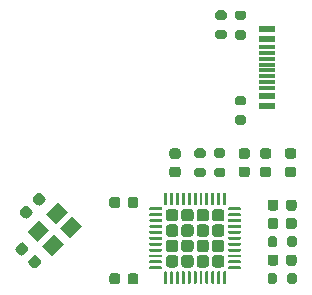
<source format=gbr>
%TF.GenerationSoftware,KiCad,Pcbnew,5.1.7-a382d34a8~88~ubuntu20.04.1*%
%TF.CreationDate,2021-03-25T19:52:25+01:00*%
%TF.ProjectId,launchpad,6c61756e-6368-4706-9164-2e6b69636164,rev?*%
%TF.SameCoordinates,Original*%
%TF.FileFunction,Paste,Top*%
%TF.FilePolarity,Positive*%
%FSLAX46Y46*%
G04 Gerber Fmt 4.6, Leading zero omitted, Abs format (unit mm)*
G04 Created by KiCad (PCBNEW 5.1.7-a382d34a8~88~ubuntu20.04.1) date 2021-03-25 19:52:25*
%MOMM*%
%LPD*%
G01*
G04 APERTURE LIST*
%ADD10R,1.450000X0.600000*%
%ADD11R,1.450000X0.300000*%
%ADD12C,0.100000*%
G04 APERTURE END LIST*
D10*
%TO.C,J1*%
X185405000Y-74370000D03*
X185405000Y-73570000D03*
D11*
X185405000Y-71370000D03*
X185405000Y-71870000D03*
X185405000Y-72370000D03*
X185405000Y-72870000D03*
X185405000Y-70870000D03*
X185405000Y-70370000D03*
X185405000Y-69870000D03*
X185405000Y-69370000D03*
D10*
X185405000Y-68670000D03*
X185405000Y-67870000D03*
%TD*%
%TO.C,D2*%
G36*
G01*
X187113270Y-77954120D02*
X187625770Y-77954120D01*
G75*
G02*
X187844520Y-78172870I0J-218750D01*
G01*
X187844520Y-78610370D01*
G75*
G02*
X187625770Y-78829120I-218750J0D01*
G01*
X187113270Y-78829120D01*
G75*
G02*
X186894520Y-78610370I0J218750D01*
G01*
X186894520Y-78172870D01*
G75*
G02*
X187113270Y-77954120I218750J0D01*
G01*
G37*
G36*
G01*
X187113270Y-79529120D02*
X187625770Y-79529120D01*
G75*
G02*
X187844520Y-79747870I0J-218750D01*
G01*
X187844520Y-80185370D01*
G75*
G02*
X187625770Y-80404120I-218750J0D01*
G01*
X187113270Y-80404120D01*
G75*
G02*
X186894520Y-80185370I0J218750D01*
G01*
X186894520Y-79747870D01*
G75*
G02*
X187113270Y-79529120I218750J0D01*
G01*
G37*
%TD*%
%TO.C,C1*%
G36*
G01*
X185434520Y-84577240D02*
X185434520Y-84077240D01*
G75*
G02*
X185659520Y-83852240I225000J0D01*
G01*
X186109520Y-83852240D01*
G75*
G02*
X186334520Y-84077240I0J-225000D01*
G01*
X186334520Y-84577240D01*
G75*
G02*
X186109520Y-84802240I-225000J0D01*
G01*
X185659520Y-84802240D01*
G75*
G02*
X185434520Y-84577240I0J225000D01*
G01*
G37*
G36*
G01*
X186984520Y-84577240D02*
X186984520Y-84077240D01*
G75*
G02*
X187209520Y-83852240I225000J0D01*
G01*
X187659520Y-83852240D01*
G75*
G02*
X187884520Y-84077240I0J-225000D01*
G01*
X187884520Y-84577240D01*
G75*
G02*
X187659520Y-84802240I-225000J0D01*
G01*
X187209520Y-84802240D01*
G75*
G02*
X186984520Y-84577240I0J225000D01*
G01*
G37*
%TD*%
%TO.C,C2*%
G36*
G01*
X177844260Y-80421900D02*
X177344260Y-80421900D01*
G75*
G02*
X177119260Y-80196900I0J225000D01*
G01*
X177119260Y-79746900D01*
G75*
G02*
X177344260Y-79521900I225000J0D01*
G01*
X177844260Y-79521900D01*
G75*
G02*
X178069260Y-79746900I0J-225000D01*
G01*
X178069260Y-80196900D01*
G75*
G02*
X177844260Y-80421900I-225000J0D01*
G01*
G37*
G36*
G01*
X177844260Y-78871900D02*
X177344260Y-78871900D01*
G75*
G02*
X177119260Y-78646900I0J225000D01*
G01*
X177119260Y-78196900D01*
G75*
G02*
X177344260Y-77971900I225000J0D01*
G01*
X177844260Y-77971900D01*
G75*
G02*
X178069260Y-78196900I0J-225000D01*
G01*
X178069260Y-78646900D01*
G75*
G02*
X177844260Y-78871900I-225000J0D01*
G01*
G37*
%TD*%
%TO.C,C3*%
G36*
G01*
X172938260Y-82297460D02*
X172938260Y-82797460D01*
G75*
G02*
X172713260Y-83022460I-225000J0D01*
G01*
X172263260Y-83022460D01*
G75*
G02*
X172038260Y-82797460I0J225000D01*
G01*
X172038260Y-82297460D01*
G75*
G02*
X172263260Y-82072460I225000J0D01*
G01*
X172713260Y-82072460D01*
G75*
G02*
X172938260Y-82297460I0J-225000D01*
G01*
G37*
G36*
G01*
X174488260Y-82297460D02*
X174488260Y-82797460D01*
G75*
G02*
X174263260Y-83022460I-225000J0D01*
G01*
X173813260Y-83022460D01*
G75*
G02*
X173588260Y-82797460I0J225000D01*
G01*
X173588260Y-82297460D01*
G75*
G02*
X173813260Y-82072460I225000J0D01*
G01*
X174263260Y-82072460D01*
G75*
G02*
X174488260Y-82297460I0J-225000D01*
G01*
G37*
%TD*%
%TO.C,C4*%
G36*
G01*
X186984520Y-87681120D02*
X186984520Y-87181120D01*
G75*
G02*
X187209520Y-86956120I225000J0D01*
G01*
X187659520Y-86956120D01*
G75*
G02*
X187884520Y-87181120I0J-225000D01*
G01*
X187884520Y-87681120D01*
G75*
G02*
X187659520Y-87906120I-225000J0D01*
G01*
X187209520Y-87906120D01*
G75*
G02*
X186984520Y-87681120I0J225000D01*
G01*
G37*
G36*
G01*
X185434520Y-87681120D02*
X185434520Y-87181120D01*
G75*
G02*
X185659520Y-86956120I225000J0D01*
G01*
X186109520Y-86956120D01*
G75*
G02*
X186334520Y-87181120I0J-225000D01*
G01*
X186334520Y-87681120D01*
G75*
G02*
X186109520Y-87906120I-225000J0D01*
G01*
X185659520Y-87906120D01*
G75*
G02*
X185434520Y-87681120I0J225000D01*
G01*
G37*
%TD*%
%TO.C,C5*%
G36*
G01*
X172938260Y-88759220D02*
X172938260Y-89259220D01*
G75*
G02*
X172713260Y-89484220I-225000J0D01*
G01*
X172263260Y-89484220D01*
G75*
G02*
X172038260Y-89259220I0J225000D01*
G01*
X172038260Y-88759220D01*
G75*
G02*
X172263260Y-88534220I225000J0D01*
G01*
X172713260Y-88534220D01*
G75*
G02*
X172938260Y-88759220I0J-225000D01*
G01*
G37*
G36*
G01*
X174488260Y-88759220D02*
X174488260Y-89259220D01*
G75*
G02*
X174263260Y-89484220I-225000J0D01*
G01*
X173813260Y-89484220D01*
G75*
G02*
X173588260Y-89259220I0J225000D01*
G01*
X173588260Y-88759220D01*
G75*
G02*
X173813260Y-88534220I225000J0D01*
G01*
X174263260Y-88534220D01*
G75*
G02*
X174488260Y-88759220I0J-225000D01*
G01*
G37*
%TD*%
%TO.C,C6*%
G36*
G01*
X185434520Y-83025300D02*
X185434520Y-82525300D01*
G75*
G02*
X185659520Y-82300300I225000J0D01*
G01*
X186109520Y-82300300D01*
G75*
G02*
X186334520Y-82525300I0J-225000D01*
G01*
X186334520Y-83025300D01*
G75*
G02*
X186109520Y-83250300I-225000J0D01*
G01*
X185659520Y-83250300D01*
G75*
G02*
X185434520Y-83025300I0J225000D01*
G01*
G37*
G36*
G01*
X186984520Y-83025300D02*
X186984520Y-82525300D01*
G75*
G02*
X187209520Y-82300300I225000J0D01*
G01*
X187659520Y-82300300D01*
G75*
G02*
X187884520Y-82525300I0J-225000D01*
G01*
X187884520Y-83025300D01*
G75*
G02*
X187659520Y-83250300I-225000J0D01*
G01*
X187209520Y-83250300D01*
G75*
G02*
X186984520Y-83025300I0J225000D01*
G01*
G37*
%TD*%
%TO.C,C7*%
G36*
G01*
X183696420Y-80404120D02*
X183196420Y-80404120D01*
G75*
G02*
X182971420Y-80179120I0J225000D01*
G01*
X182971420Y-79729120D01*
G75*
G02*
X183196420Y-79504120I225000J0D01*
G01*
X183696420Y-79504120D01*
G75*
G02*
X183921420Y-79729120I0J-225000D01*
G01*
X183921420Y-80179120D01*
G75*
G02*
X183696420Y-80404120I-225000J0D01*
G01*
G37*
G36*
G01*
X183696420Y-78854120D02*
X183196420Y-78854120D01*
G75*
G02*
X182971420Y-78629120I0J225000D01*
G01*
X182971420Y-78179120D01*
G75*
G02*
X183196420Y-77954120I225000J0D01*
G01*
X183696420Y-77954120D01*
G75*
G02*
X183921420Y-78179120I0J-225000D01*
G01*
X183921420Y-78629120D01*
G75*
G02*
X183696420Y-78854120I-225000J0D01*
G01*
G37*
%TD*%
%TO.C,C8*%
G36*
G01*
X164125597Y-86338591D02*
X164479151Y-85985037D01*
G75*
G02*
X164797349Y-85985037I159099J-159099D01*
G01*
X165115547Y-86303235D01*
G75*
G02*
X165115547Y-86621433I-159099J-159099D01*
G01*
X164761993Y-86974987D01*
G75*
G02*
X164443795Y-86974987I-159099J159099D01*
G01*
X164125597Y-86656789D01*
G75*
G02*
X164125597Y-86338591I159099J159099D01*
G01*
G37*
G36*
G01*
X165221613Y-87434607D02*
X165575167Y-87081053D01*
G75*
G02*
X165893365Y-87081053I159099J-159099D01*
G01*
X166211563Y-87399251D01*
G75*
G02*
X166211563Y-87717449I-159099J-159099D01*
G01*
X165858009Y-88071003D01*
G75*
G02*
X165539811Y-88071003I-159099J159099D01*
G01*
X165221613Y-87752805D01*
G75*
G02*
X165221613Y-87434607I159099J159099D01*
G01*
G37*
%TD*%
%TO.C,C9*%
G36*
G01*
X165933939Y-82760495D02*
X165580385Y-82406941D01*
G75*
G02*
X165580385Y-82088743I159099J159099D01*
G01*
X165898583Y-81770545D01*
G75*
G02*
X166216781Y-81770545I159099J-159099D01*
G01*
X166570335Y-82124099D01*
G75*
G02*
X166570335Y-82442297I-159099J-159099D01*
G01*
X166252137Y-82760495D01*
G75*
G02*
X165933939Y-82760495I-159099J159099D01*
G01*
G37*
G36*
G01*
X164837923Y-83856511D02*
X164484369Y-83502957D01*
G75*
G02*
X164484369Y-83184759I159099J159099D01*
G01*
X164802567Y-82866561D01*
G75*
G02*
X165120765Y-82866561I159099J-159099D01*
G01*
X165474319Y-83220115D01*
G75*
G02*
X165474319Y-83538313I-159099J-159099D01*
G01*
X165156121Y-83856511D01*
G75*
G02*
X164837923Y-83856511I-159099J159099D01*
G01*
G37*
%TD*%
%TO.C,F1*%
G36*
G01*
X185518770Y-80404120D02*
X185006270Y-80404120D01*
G75*
G02*
X184787520Y-80185370I0J218750D01*
G01*
X184787520Y-79747870D01*
G75*
G02*
X185006270Y-79529120I218750J0D01*
G01*
X185518770Y-79529120D01*
G75*
G02*
X185737520Y-79747870I0J-218750D01*
G01*
X185737520Y-80185370D01*
G75*
G02*
X185518770Y-80404120I-218750J0D01*
G01*
G37*
G36*
G01*
X185518770Y-78829120D02*
X185006270Y-78829120D01*
G75*
G02*
X184787520Y-78610370I0J218750D01*
G01*
X184787520Y-78172870D01*
G75*
G02*
X185006270Y-77954120I218750J0D01*
G01*
X185518770Y-77954120D01*
G75*
G02*
X185737520Y-78172870I0J-218750D01*
G01*
X185737520Y-78610370D01*
G75*
G02*
X185518770Y-78829120I-218750J0D01*
G01*
G37*
%TD*%
%TO.C,R1*%
G36*
G01*
X181758000Y-67078540D02*
X181208000Y-67078540D01*
G75*
G02*
X181008000Y-66878540I0J200000D01*
G01*
X181008000Y-66478540D01*
G75*
G02*
X181208000Y-66278540I200000J0D01*
G01*
X181758000Y-66278540D01*
G75*
G02*
X181958000Y-66478540I0J-200000D01*
G01*
X181958000Y-66878540D01*
G75*
G02*
X181758000Y-67078540I-200000J0D01*
G01*
G37*
G36*
G01*
X181758000Y-68728540D02*
X181208000Y-68728540D01*
G75*
G02*
X181008000Y-68528540I0J200000D01*
G01*
X181008000Y-68128540D01*
G75*
G02*
X181208000Y-67928540I200000J0D01*
G01*
X181758000Y-67928540D01*
G75*
G02*
X181958000Y-68128540I0J-200000D01*
G01*
X181958000Y-68528540D01*
G75*
G02*
X181758000Y-68728540I-200000J0D01*
G01*
G37*
%TD*%
%TO.C,R2*%
G36*
G01*
X179977140Y-80412040D02*
X179427140Y-80412040D01*
G75*
G02*
X179227140Y-80212040I0J200000D01*
G01*
X179227140Y-79812040D01*
G75*
G02*
X179427140Y-79612040I200000J0D01*
G01*
X179977140Y-79612040D01*
G75*
G02*
X180177140Y-79812040I0J-200000D01*
G01*
X180177140Y-80212040D01*
G75*
G02*
X179977140Y-80412040I-200000J0D01*
G01*
G37*
G36*
G01*
X179977140Y-78762040D02*
X179427140Y-78762040D01*
G75*
G02*
X179227140Y-78562040I0J200000D01*
G01*
X179227140Y-78162040D01*
G75*
G02*
X179427140Y-77962040I200000J0D01*
G01*
X179977140Y-77962040D01*
G75*
G02*
X180177140Y-78162040I0J-200000D01*
G01*
X180177140Y-78562040D01*
G75*
G02*
X179977140Y-78762040I-200000J0D01*
G01*
G37*
%TD*%
%TO.C,R3*%
G36*
G01*
X181660313Y-78762040D02*
X181110313Y-78762040D01*
G75*
G02*
X180910313Y-78562040I0J200000D01*
G01*
X180910313Y-78162040D01*
G75*
G02*
X181110313Y-77962040I200000J0D01*
G01*
X181660313Y-77962040D01*
G75*
G02*
X181860313Y-78162040I0J-200000D01*
G01*
X181860313Y-78562040D01*
G75*
G02*
X181660313Y-78762040I-200000J0D01*
G01*
G37*
G36*
G01*
X181660313Y-80412040D02*
X181110313Y-80412040D01*
G75*
G02*
X180910313Y-80212040I0J200000D01*
G01*
X180910313Y-79812040D01*
G75*
G02*
X181110313Y-79612040I200000J0D01*
G01*
X181660313Y-79612040D01*
G75*
G02*
X181860313Y-79812040I0J-200000D01*
G01*
X181860313Y-80212040D01*
G75*
G02*
X181660313Y-80412040I-200000J0D01*
G01*
G37*
%TD*%
%TO.C,R4*%
G36*
G01*
X185434520Y-89258060D02*
X185434520Y-88708060D01*
G75*
G02*
X185634520Y-88508060I200000J0D01*
G01*
X186034520Y-88508060D01*
G75*
G02*
X186234520Y-88708060I0J-200000D01*
G01*
X186234520Y-89258060D01*
G75*
G02*
X186034520Y-89458060I-200000J0D01*
G01*
X185634520Y-89458060D01*
G75*
G02*
X185434520Y-89258060I0J200000D01*
G01*
G37*
G36*
G01*
X187084520Y-89258060D02*
X187084520Y-88708060D01*
G75*
G02*
X187284520Y-88508060I200000J0D01*
G01*
X187684520Y-88508060D01*
G75*
G02*
X187884520Y-88708060I0J-200000D01*
G01*
X187884520Y-89258060D01*
G75*
G02*
X187684520Y-89458060I-200000J0D01*
G01*
X187284520Y-89458060D01*
G75*
G02*
X187084520Y-89258060I0J200000D01*
G01*
G37*
%TD*%
%TO.C,R5*%
G36*
G01*
X185434520Y-86154180D02*
X185434520Y-85604180D01*
G75*
G02*
X185634520Y-85404180I200000J0D01*
G01*
X186034520Y-85404180D01*
G75*
G02*
X186234520Y-85604180I0J-200000D01*
G01*
X186234520Y-86154180D01*
G75*
G02*
X186034520Y-86354180I-200000J0D01*
G01*
X185634520Y-86354180D01*
G75*
G02*
X185434520Y-86154180I0J200000D01*
G01*
G37*
G36*
G01*
X187084520Y-86154180D02*
X187084520Y-85604180D01*
G75*
G02*
X187284520Y-85404180I200000J0D01*
G01*
X187684520Y-85404180D01*
G75*
G02*
X187884520Y-85604180I0J-200000D01*
G01*
X187884520Y-86154180D01*
G75*
G02*
X187684520Y-86354180I-200000J0D01*
G01*
X187284520Y-86354180D01*
G75*
G02*
X187084520Y-86154180I0J200000D01*
G01*
G37*
%TD*%
%TO.C,R6*%
G36*
G01*
X182866620Y-75182280D02*
X183416620Y-75182280D01*
G75*
G02*
X183616620Y-75382280I0J-200000D01*
G01*
X183616620Y-75782280D01*
G75*
G02*
X183416620Y-75982280I-200000J0D01*
G01*
X182866620Y-75982280D01*
G75*
G02*
X182666620Y-75782280I0J200000D01*
G01*
X182666620Y-75382280D01*
G75*
G02*
X182866620Y-75182280I200000J0D01*
G01*
G37*
G36*
G01*
X182866620Y-73532280D02*
X183416620Y-73532280D01*
G75*
G02*
X183616620Y-73732280I0J-200000D01*
G01*
X183616620Y-74132280D01*
G75*
G02*
X183416620Y-74332280I-200000J0D01*
G01*
X182866620Y-74332280D01*
G75*
G02*
X182666620Y-74132280I0J200000D01*
G01*
X182666620Y-73732280D01*
G75*
G02*
X182866620Y-73532280I200000J0D01*
G01*
G37*
%TD*%
%TO.C,R7*%
G36*
G01*
X182866620Y-66298360D02*
X183416620Y-66298360D01*
G75*
G02*
X183616620Y-66498360I0J-200000D01*
G01*
X183616620Y-66898360D01*
G75*
G02*
X183416620Y-67098360I-200000J0D01*
G01*
X182866620Y-67098360D01*
G75*
G02*
X182666620Y-66898360I0J200000D01*
G01*
X182666620Y-66498360D01*
G75*
G02*
X182866620Y-66298360I200000J0D01*
G01*
G37*
G36*
G01*
X182866620Y-67948360D02*
X183416620Y-67948360D01*
G75*
G02*
X183616620Y-68148360I0J-200000D01*
G01*
X183616620Y-68548360D01*
G75*
G02*
X183416620Y-68748360I-200000J0D01*
G01*
X182866620Y-68748360D01*
G75*
G02*
X182666620Y-68548360I0J200000D01*
G01*
X182666620Y-68148360D01*
G75*
G02*
X182866620Y-67948360I200000J0D01*
G01*
G37*
%TD*%
%TO.C,U1*%
G36*
G01*
X181725940Y-81702680D02*
X181850940Y-81702680D01*
G75*
G02*
X181913440Y-81765180I0J-62500D01*
G01*
X181913440Y-82715180D01*
G75*
G02*
X181850940Y-82777680I-62500J0D01*
G01*
X181725940Y-82777680D01*
G75*
G02*
X181663440Y-82715180I0J62500D01*
G01*
X181663440Y-81765180D01*
G75*
G02*
X181725940Y-81702680I62500J0D01*
G01*
G37*
G36*
G01*
X181225940Y-81702680D02*
X181350940Y-81702680D01*
G75*
G02*
X181413440Y-81765180I0J-62500D01*
G01*
X181413440Y-82715180D01*
G75*
G02*
X181350940Y-82777680I-62500J0D01*
G01*
X181225940Y-82777680D01*
G75*
G02*
X181163440Y-82715180I0J62500D01*
G01*
X181163440Y-81765180D01*
G75*
G02*
X181225940Y-81702680I62500J0D01*
G01*
G37*
G36*
G01*
X180725940Y-81702680D02*
X180850940Y-81702680D01*
G75*
G02*
X180913440Y-81765180I0J-62500D01*
G01*
X180913440Y-82715180D01*
G75*
G02*
X180850940Y-82777680I-62500J0D01*
G01*
X180725940Y-82777680D01*
G75*
G02*
X180663440Y-82715180I0J62500D01*
G01*
X180663440Y-81765180D01*
G75*
G02*
X180725940Y-81702680I62500J0D01*
G01*
G37*
G36*
G01*
X180225940Y-81702680D02*
X180350940Y-81702680D01*
G75*
G02*
X180413440Y-81765180I0J-62500D01*
G01*
X180413440Y-82715180D01*
G75*
G02*
X180350940Y-82777680I-62500J0D01*
G01*
X180225940Y-82777680D01*
G75*
G02*
X180163440Y-82715180I0J62500D01*
G01*
X180163440Y-81765180D01*
G75*
G02*
X180225940Y-81702680I62500J0D01*
G01*
G37*
G36*
G01*
X179725940Y-81702680D02*
X179850940Y-81702680D01*
G75*
G02*
X179913440Y-81765180I0J-62500D01*
G01*
X179913440Y-82715180D01*
G75*
G02*
X179850940Y-82777680I-62500J0D01*
G01*
X179725940Y-82777680D01*
G75*
G02*
X179663440Y-82715180I0J62500D01*
G01*
X179663440Y-81765180D01*
G75*
G02*
X179725940Y-81702680I62500J0D01*
G01*
G37*
G36*
G01*
X179225940Y-81702680D02*
X179350940Y-81702680D01*
G75*
G02*
X179413440Y-81765180I0J-62500D01*
G01*
X179413440Y-82715180D01*
G75*
G02*
X179350940Y-82777680I-62500J0D01*
G01*
X179225940Y-82777680D01*
G75*
G02*
X179163440Y-82715180I0J62500D01*
G01*
X179163440Y-81765180D01*
G75*
G02*
X179225940Y-81702680I62500J0D01*
G01*
G37*
G36*
G01*
X178725940Y-81702680D02*
X178850940Y-81702680D01*
G75*
G02*
X178913440Y-81765180I0J-62500D01*
G01*
X178913440Y-82715180D01*
G75*
G02*
X178850940Y-82777680I-62500J0D01*
G01*
X178725940Y-82777680D01*
G75*
G02*
X178663440Y-82715180I0J62500D01*
G01*
X178663440Y-81765180D01*
G75*
G02*
X178725940Y-81702680I62500J0D01*
G01*
G37*
G36*
G01*
X178225940Y-81702680D02*
X178350940Y-81702680D01*
G75*
G02*
X178413440Y-81765180I0J-62500D01*
G01*
X178413440Y-82715180D01*
G75*
G02*
X178350940Y-82777680I-62500J0D01*
G01*
X178225940Y-82777680D01*
G75*
G02*
X178163440Y-82715180I0J62500D01*
G01*
X178163440Y-81765180D01*
G75*
G02*
X178225940Y-81702680I62500J0D01*
G01*
G37*
G36*
G01*
X177725940Y-81702680D02*
X177850940Y-81702680D01*
G75*
G02*
X177913440Y-81765180I0J-62500D01*
G01*
X177913440Y-82715180D01*
G75*
G02*
X177850940Y-82777680I-62500J0D01*
G01*
X177725940Y-82777680D01*
G75*
G02*
X177663440Y-82715180I0J62500D01*
G01*
X177663440Y-81765180D01*
G75*
G02*
X177725940Y-81702680I62500J0D01*
G01*
G37*
G36*
G01*
X177225940Y-81702680D02*
X177350940Y-81702680D01*
G75*
G02*
X177413440Y-81765180I0J-62500D01*
G01*
X177413440Y-82715180D01*
G75*
G02*
X177350940Y-82777680I-62500J0D01*
G01*
X177225940Y-82777680D01*
G75*
G02*
X177163440Y-82715180I0J62500D01*
G01*
X177163440Y-81765180D01*
G75*
G02*
X177225940Y-81702680I62500J0D01*
G01*
G37*
G36*
G01*
X176725940Y-81702680D02*
X176850940Y-81702680D01*
G75*
G02*
X176913440Y-81765180I0J-62500D01*
G01*
X176913440Y-82715180D01*
G75*
G02*
X176850940Y-82777680I-62500J0D01*
G01*
X176725940Y-82777680D01*
G75*
G02*
X176663440Y-82715180I0J62500D01*
G01*
X176663440Y-81765180D01*
G75*
G02*
X176725940Y-81702680I62500J0D01*
G01*
G37*
G36*
G01*
X175475940Y-82952680D02*
X176425940Y-82952680D01*
G75*
G02*
X176488440Y-83015180I0J-62500D01*
G01*
X176488440Y-83140180D01*
G75*
G02*
X176425940Y-83202680I-62500J0D01*
G01*
X175475940Y-83202680D01*
G75*
G02*
X175413440Y-83140180I0J62500D01*
G01*
X175413440Y-83015180D01*
G75*
G02*
X175475940Y-82952680I62500J0D01*
G01*
G37*
G36*
G01*
X175475940Y-83452680D02*
X176425940Y-83452680D01*
G75*
G02*
X176488440Y-83515180I0J-62500D01*
G01*
X176488440Y-83640180D01*
G75*
G02*
X176425940Y-83702680I-62500J0D01*
G01*
X175475940Y-83702680D01*
G75*
G02*
X175413440Y-83640180I0J62500D01*
G01*
X175413440Y-83515180D01*
G75*
G02*
X175475940Y-83452680I62500J0D01*
G01*
G37*
G36*
G01*
X175475940Y-83952680D02*
X176425940Y-83952680D01*
G75*
G02*
X176488440Y-84015180I0J-62500D01*
G01*
X176488440Y-84140180D01*
G75*
G02*
X176425940Y-84202680I-62500J0D01*
G01*
X175475940Y-84202680D01*
G75*
G02*
X175413440Y-84140180I0J62500D01*
G01*
X175413440Y-84015180D01*
G75*
G02*
X175475940Y-83952680I62500J0D01*
G01*
G37*
G36*
G01*
X175475940Y-84452680D02*
X176425940Y-84452680D01*
G75*
G02*
X176488440Y-84515180I0J-62500D01*
G01*
X176488440Y-84640180D01*
G75*
G02*
X176425940Y-84702680I-62500J0D01*
G01*
X175475940Y-84702680D01*
G75*
G02*
X175413440Y-84640180I0J62500D01*
G01*
X175413440Y-84515180D01*
G75*
G02*
X175475940Y-84452680I62500J0D01*
G01*
G37*
G36*
G01*
X175475940Y-84952680D02*
X176425940Y-84952680D01*
G75*
G02*
X176488440Y-85015180I0J-62500D01*
G01*
X176488440Y-85140180D01*
G75*
G02*
X176425940Y-85202680I-62500J0D01*
G01*
X175475940Y-85202680D01*
G75*
G02*
X175413440Y-85140180I0J62500D01*
G01*
X175413440Y-85015180D01*
G75*
G02*
X175475940Y-84952680I62500J0D01*
G01*
G37*
G36*
G01*
X175475940Y-85452680D02*
X176425940Y-85452680D01*
G75*
G02*
X176488440Y-85515180I0J-62500D01*
G01*
X176488440Y-85640180D01*
G75*
G02*
X176425940Y-85702680I-62500J0D01*
G01*
X175475940Y-85702680D01*
G75*
G02*
X175413440Y-85640180I0J62500D01*
G01*
X175413440Y-85515180D01*
G75*
G02*
X175475940Y-85452680I62500J0D01*
G01*
G37*
G36*
G01*
X175475940Y-85952680D02*
X176425940Y-85952680D01*
G75*
G02*
X176488440Y-86015180I0J-62500D01*
G01*
X176488440Y-86140180D01*
G75*
G02*
X176425940Y-86202680I-62500J0D01*
G01*
X175475940Y-86202680D01*
G75*
G02*
X175413440Y-86140180I0J62500D01*
G01*
X175413440Y-86015180D01*
G75*
G02*
X175475940Y-85952680I62500J0D01*
G01*
G37*
G36*
G01*
X175475940Y-86452680D02*
X176425940Y-86452680D01*
G75*
G02*
X176488440Y-86515180I0J-62500D01*
G01*
X176488440Y-86640180D01*
G75*
G02*
X176425940Y-86702680I-62500J0D01*
G01*
X175475940Y-86702680D01*
G75*
G02*
X175413440Y-86640180I0J62500D01*
G01*
X175413440Y-86515180D01*
G75*
G02*
X175475940Y-86452680I62500J0D01*
G01*
G37*
G36*
G01*
X175475940Y-86952680D02*
X176425940Y-86952680D01*
G75*
G02*
X176488440Y-87015180I0J-62500D01*
G01*
X176488440Y-87140180D01*
G75*
G02*
X176425940Y-87202680I-62500J0D01*
G01*
X175475940Y-87202680D01*
G75*
G02*
X175413440Y-87140180I0J62500D01*
G01*
X175413440Y-87015180D01*
G75*
G02*
X175475940Y-86952680I62500J0D01*
G01*
G37*
G36*
G01*
X175475940Y-87452680D02*
X176425940Y-87452680D01*
G75*
G02*
X176488440Y-87515180I0J-62500D01*
G01*
X176488440Y-87640180D01*
G75*
G02*
X176425940Y-87702680I-62500J0D01*
G01*
X175475940Y-87702680D01*
G75*
G02*
X175413440Y-87640180I0J62500D01*
G01*
X175413440Y-87515180D01*
G75*
G02*
X175475940Y-87452680I62500J0D01*
G01*
G37*
G36*
G01*
X175475940Y-87952680D02*
X176425940Y-87952680D01*
G75*
G02*
X176488440Y-88015180I0J-62500D01*
G01*
X176488440Y-88140180D01*
G75*
G02*
X176425940Y-88202680I-62500J0D01*
G01*
X175475940Y-88202680D01*
G75*
G02*
X175413440Y-88140180I0J62500D01*
G01*
X175413440Y-88015180D01*
G75*
G02*
X175475940Y-87952680I62500J0D01*
G01*
G37*
G36*
G01*
X176725940Y-88377680D02*
X176850940Y-88377680D01*
G75*
G02*
X176913440Y-88440180I0J-62500D01*
G01*
X176913440Y-89390180D01*
G75*
G02*
X176850940Y-89452680I-62500J0D01*
G01*
X176725940Y-89452680D01*
G75*
G02*
X176663440Y-89390180I0J62500D01*
G01*
X176663440Y-88440180D01*
G75*
G02*
X176725940Y-88377680I62500J0D01*
G01*
G37*
G36*
G01*
X177225940Y-88377680D02*
X177350940Y-88377680D01*
G75*
G02*
X177413440Y-88440180I0J-62500D01*
G01*
X177413440Y-89390180D01*
G75*
G02*
X177350940Y-89452680I-62500J0D01*
G01*
X177225940Y-89452680D01*
G75*
G02*
X177163440Y-89390180I0J62500D01*
G01*
X177163440Y-88440180D01*
G75*
G02*
X177225940Y-88377680I62500J0D01*
G01*
G37*
G36*
G01*
X177725940Y-88377680D02*
X177850940Y-88377680D01*
G75*
G02*
X177913440Y-88440180I0J-62500D01*
G01*
X177913440Y-89390180D01*
G75*
G02*
X177850940Y-89452680I-62500J0D01*
G01*
X177725940Y-89452680D01*
G75*
G02*
X177663440Y-89390180I0J62500D01*
G01*
X177663440Y-88440180D01*
G75*
G02*
X177725940Y-88377680I62500J0D01*
G01*
G37*
G36*
G01*
X178225940Y-88377680D02*
X178350940Y-88377680D01*
G75*
G02*
X178413440Y-88440180I0J-62500D01*
G01*
X178413440Y-89390180D01*
G75*
G02*
X178350940Y-89452680I-62500J0D01*
G01*
X178225940Y-89452680D01*
G75*
G02*
X178163440Y-89390180I0J62500D01*
G01*
X178163440Y-88440180D01*
G75*
G02*
X178225940Y-88377680I62500J0D01*
G01*
G37*
G36*
G01*
X178725940Y-88377680D02*
X178850940Y-88377680D01*
G75*
G02*
X178913440Y-88440180I0J-62500D01*
G01*
X178913440Y-89390180D01*
G75*
G02*
X178850940Y-89452680I-62500J0D01*
G01*
X178725940Y-89452680D01*
G75*
G02*
X178663440Y-89390180I0J62500D01*
G01*
X178663440Y-88440180D01*
G75*
G02*
X178725940Y-88377680I62500J0D01*
G01*
G37*
G36*
G01*
X179225940Y-88377680D02*
X179350940Y-88377680D01*
G75*
G02*
X179413440Y-88440180I0J-62500D01*
G01*
X179413440Y-89390180D01*
G75*
G02*
X179350940Y-89452680I-62500J0D01*
G01*
X179225940Y-89452680D01*
G75*
G02*
X179163440Y-89390180I0J62500D01*
G01*
X179163440Y-88440180D01*
G75*
G02*
X179225940Y-88377680I62500J0D01*
G01*
G37*
G36*
G01*
X179725940Y-88377680D02*
X179850940Y-88377680D01*
G75*
G02*
X179913440Y-88440180I0J-62500D01*
G01*
X179913440Y-89390180D01*
G75*
G02*
X179850940Y-89452680I-62500J0D01*
G01*
X179725940Y-89452680D01*
G75*
G02*
X179663440Y-89390180I0J62500D01*
G01*
X179663440Y-88440180D01*
G75*
G02*
X179725940Y-88377680I62500J0D01*
G01*
G37*
G36*
G01*
X180225940Y-88377680D02*
X180350940Y-88377680D01*
G75*
G02*
X180413440Y-88440180I0J-62500D01*
G01*
X180413440Y-89390180D01*
G75*
G02*
X180350940Y-89452680I-62500J0D01*
G01*
X180225940Y-89452680D01*
G75*
G02*
X180163440Y-89390180I0J62500D01*
G01*
X180163440Y-88440180D01*
G75*
G02*
X180225940Y-88377680I62500J0D01*
G01*
G37*
G36*
G01*
X180725940Y-88377680D02*
X180850940Y-88377680D01*
G75*
G02*
X180913440Y-88440180I0J-62500D01*
G01*
X180913440Y-89390180D01*
G75*
G02*
X180850940Y-89452680I-62500J0D01*
G01*
X180725940Y-89452680D01*
G75*
G02*
X180663440Y-89390180I0J62500D01*
G01*
X180663440Y-88440180D01*
G75*
G02*
X180725940Y-88377680I62500J0D01*
G01*
G37*
G36*
G01*
X181225940Y-88377680D02*
X181350940Y-88377680D01*
G75*
G02*
X181413440Y-88440180I0J-62500D01*
G01*
X181413440Y-89390180D01*
G75*
G02*
X181350940Y-89452680I-62500J0D01*
G01*
X181225940Y-89452680D01*
G75*
G02*
X181163440Y-89390180I0J62500D01*
G01*
X181163440Y-88440180D01*
G75*
G02*
X181225940Y-88377680I62500J0D01*
G01*
G37*
G36*
G01*
X181725940Y-88377680D02*
X181850940Y-88377680D01*
G75*
G02*
X181913440Y-88440180I0J-62500D01*
G01*
X181913440Y-89390180D01*
G75*
G02*
X181850940Y-89452680I-62500J0D01*
G01*
X181725940Y-89452680D01*
G75*
G02*
X181663440Y-89390180I0J62500D01*
G01*
X181663440Y-88440180D01*
G75*
G02*
X181725940Y-88377680I62500J0D01*
G01*
G37*
G36*
G01*
X182150940Y-87952680D02*
X183100940Y-87952680D01*
G75*
G02*
X183163440Y-88015180I0J-62500D01*
G01*
X183163440Y-88140180D01*
G75*
G02*
X183100940Y-88202680I-62500J0D01*
G01*
X182150940Y-88202680D01*
G75*
G02*
X182088440Y-88140180I0J62500D01*
G01*
X182088440Y-88015180D01*
G75*
G02*
X182150940Y-87952680I62500J0D01*
G01*
G37*
G36*
G01*
X182150940Y-87452680D02*
X183100940Y-87452680D01*
G75*
G02*
X183163440Y-87515180I0J-62500D01*
G01*
X183163440Y-87640180D01*
G75*
G02*
X183100940Y-87702680I-62500J0D01*
G01*
X182150940Y-87702680D01*
G75*
G02*
X182088440Y-87640180I0J62500D01*
G01*
X182088440Y-87515180D01*
G75*
G02*
X182150940Y-87452680I62500J0D01*
G01*
G37*
G36*
G01*
X182150940Y-86952680D02*
X183100940Y-86952680D01*
G75*
G02*
X183163440Y-87015180I0J-62500D01*
G01*
X183163440Y-87140180D01*
G75*
G02*
X183100940Y-87202680I-62500J0D01*
G01*
X182150940Y-87202680D01*
G75*
G02*
X182088440Y-87140180I0J62500D01*
G01*
X182088440Y-87015180D01*
G75*
G02*
X182150940Y-86952680I62500J0D01*
G01*
G37*
G36*
G01*
X182150940Y-86452680D02*
X183100940Y-86452680D01*
G75*
G02*
X183163440Y-86515180I0J-62500D01*
G01*
X183163440Y-86640180D01*
G75*
G02*
X183100940Y-86702680I-62500J0D01*
G01*
X182150940Y-86702680D01*
G75*
G02*
X182088440Y-86640180I0J62500D01*
G01*
X182088440Y-86515180D01*
G75*
G02*
X182150940Y-86452680I62500J0D01*
G01*
G37*
G36*
G01*
X182150940Y-85952680D02*
X183100940Y-85952680D01*
G75*
G02*
X183163440Y-86015180I0J-62500D01*
G01*
X183163440Y-86140180D01*
G75*
G02*
X183100940Y-86202680I-62500J0D01*
G01*
X182150940Y-86202680D01*
G75*
G02*
X182088440Y-86140180I0J62500D01*
G01*
X182088440Y-86015180D01*
G75*
G02*
X182150940Y-85952680I62500J0D01*
G01*
G37*
G36*
G01*
X182150940Y-85452680D02*
X183100940Y-85452680D01*
G75*
G02*
X183163440Y-85515180I0J-62500D01*
G01*
X183163440Y-85640180D01*
G75*
G02*
X183100940Y-85702680I-62500J0D01*
G01*
X182150940Y-85702680D01*
G75*
G02*
X182088440Y-85640180I0J62500D01*
G01*
X182088440Y-85515180D01*
G75*
G02*
X182150940Y-85452680I62500J0D01*
G01*
G37*
G36*
G01*
X182150940Y-84952680D02*
X183100940Y-84952680D01*
G75*
G02*
X183163440Y-85015180I0J-62500D01*
G01*
X183163440Y-85140180D01*
G75*
G02*
X183100940Y-85202680I-62500J0D01*
G01*
X182150940Y-85202680D01*
G75*
G02*
X182088440Y-85140180I0J62500D01*
G01*
X182088440Y-85015180D01*
G75*
G02*
X182150940Y-84952680I62500J0D01*
G01*
G37*
G36*
G01*
X182150940Y-84452680D02*
X183100940Y-84452680D01*
G75*
G02*
X183163440Y-84515180I0J-62500D01*
G01*
X183163440Y-84640180D01*
G75*
G02*
X183100940Y-84702680I-62500J0D01*
G01*
X182150940Y-84702680D01*
G75*
G02*
X182088440Y-84640180I0J62500D01*
G01*
X182088440Y-84515180D01*
G75*
G02*
X182150940Y-84452680I62500J0D01*
G01*
G37*
G36*
G01*
X182150940Y-83952680D02*
X183100940Y-83952680D01*
G75*
G02*
X183163440Y-84015180I0J-62500D01*
G01*
X183163440Y-84140180D01*
G75*
G02*
X183100940Y-84202680I-62500J0D01*
G01*
X182150940Y-84202680D01*
G75*
G02*
X182088440Y-84140180I0J62500D01*
G01*
X182088440Y-84015180D01*
G75*
G02*
X182150940Y-83952680I62500J0D01*
G01*
G37*
G36*
G01*
X182150940Y-83452680D02*
X183100940Y-83452680D01*
G75*
G02*
X183163440Y-83515180I0J-62500D01*
G01*
X183163440Y-83640180D01*
G75*
G02*
X183100940Y-83702680I-62500J0D01*
G01*
X182150940Y-83702680D01*
G75*
G02*
X182088440Y-83640180I0J62500D01*
G01*
X182088440Y-83515180D01*
G75*
G02*
X182150940Y-83452680I62500J0D01*
G01*
G37*
G36*
G01*
X182150940Y-82952680D02*
X183100940Y-82952680D01*
G75*
G02*
X183163440Y-83015180I0J-62500D01*
G01*
X183163440Y-83140180D01*
G75*
G02*
X183100940Y-83202680I-62500J0D01*
G01*
X182150940Y-83202680D01*
G75*
G02*
X182088440Y-83140180I0J62500D01*
G01*
X182088440Y-83015180D01*
G75*
G02*
X182150940Y-82952680I62500J0D01*
G01*
G37*
G36*
G01*
X180963439Y-83102680D02*
X181513441Y-83102680D01*
G75*
G02*
X181763440Y-83352679I0J-249999D01*
G01*
X181763440Y-83902681D01*
G75*
G02*
X181513441Y-84152680I-249999J0D01*
G01*
X180963439Y-84152680D01*
G75*
G02*
X180713440Y-83902681I0J249999D01*
G01*
X180713440Y-83352679D01*
G75*
G02*
X180963439Y-83102680I249999J0D01*
G01*
G37*
G36*
G01*
X179663439Y-83102680D02*
X180213441Y-83102680D01*
G75*
G02*
X180463440Y-83352679I0J-249999D01*
G01*
X180463440Y-83902681D01*
G75*
G02*
X180213441Y-84152680I-249999J0D01*
G01*
X179663439Y-84152680D01*
G75*
G02*
X179413440Y-83902681I0J249999D01*
G01*
X179413440Y-83352679D01*
G75*
G02*
X179663439Y-83102680I249999J0D01*
G01*
G37*
G36*
G01*
X178363439Y-83102680D02*
X178913441Y-83102680D01*
G75*
G02*
X179163440Y-83352679I0J-249999D01*
G01*
X179163440Y-83902681D01*
G75*
G02*
X178913441Y-84152680I-249999J0D01*
G01*
X178363439Y-84152680D01*
G75*
G02*
X178113440Y-83902681I0J249999D01*
G01*
X178113440Y-83352679D01*
G75*
G02*
X178363439Y-83102680I249999J0D01*
G01*
G37*
G36*
G01*
X177063439Y-83102680D02*
X177613441Y-83102680D01*
G75*
G02*
X177863440Y-83352679I0J-249999D01*
G01*
X177863440Y-83902681D01*
G75*
G02*
X177613441Y-84152680I-249999J0D01*
G01*
X177063439Y-84152680D01*
G75*
G02*
X176813440Y-83902681I0J249999D01*
G01*
X176813440Y-83352679D01*
G75*
G02*
X177063439Y-83102680I249999J0D01*
G01*
G37*
G36*
G01*
X180963439Y-84402680D02*
X181513441Y-84402680D01*
G75*
G02*
X181763440Y-84652679I0J-249999D01*
G01*
X181763440Y-85202681D01*
G75*
G02*
X181513441Y-85452680I-249999J0D01*
G01*
X180963439Y-85452680D01*
G75*
G02*
X180713440Y-85202681I0J249999D01*
G01*
X180713440Y-84652679D01*
G75*
G02*
X180963439Y-84402680I249999J0D01*
G01*
G37*
G36*
G01*
X179663439Y-84402680D02*
X180213441Y-84402680D01*
G75*
G02*
X180463440Y-84652679I0J-249999D01*
G01*
X180463440Y-85202681D01*
G75*
G02*
X180213441Y-85452680I-249999J0D01*
G01*
X179663439Y-85452680D01*
G75*
G02*
X179413440Y-85202681I0J249999D01*
G01*
X179413440Y-84652679D01*
G75*
G02*
X179663439Y-84402680I249999J0D01*
G01*
G37*
G36*
G01*
X178363439Y-84402680D02*
X178913441Y-84402680D01*
G75*
G02*
X179163440Y-84652679I0J-249999D01*
G01*
X179163440Y-85202681D01*
G75*
G02*
X178913441Y-85452680I-249999J0D01*
G01*
X178363439Y-85452680D01*
G75*
G02*
X178113440Y-85202681I0J249999D01*
G01*
X178113440Y-84652679D01*
G75*
G02*
X178363439Y-84402680I249999J0D01*
G01*
G37*
G36*
G01*
X177063439Y-84402680D02*
X177613441Y-84402680D01*
G75*
G02*
X177863440Y-84652679I0J-249999D01*
G01*
X177863440Y-85202681D01*
G75*
G02*
X177613441Y-85452680I-249999J0D01*
G01*
X177063439Y-85452680D01*
G75*
G02*
X176813440Y-85202681I0J249999D01*
G01*
X176813440Y-84652679D01*
G75*
G02*
X177063439Y-84402680I249999J0D01*
G01*
G37*
G36*
G01*
X180963439Y-85702680D02*
X181513441Y-85702680D01*
G75*
G02*
X181763440Y-85952679I0J-249999D01*
G01*
X181763440Y-86502681D01*
G75*
G02*
X181513441Y-86752680I-249999J0D01*
G01*
X180963439Y-86752680D01*
G75*
G02*
X180713440Y-86502681I0J249999D01*
G01*
X180713440Y-85952679D01*
G75*
G02*
X180963439Y-85702680I249999J0D01*
G01*
G37*
G36*
G01*
X179663439Y-85702680D02*
X180213441Y-85702680D01*
G75*
G02*
X180463440Y-85952679I0J-249999D01*
G01*
X180463440Y-86502681D01*
G75*
G02*
X180213441Y-86752680I-249999J0D01*
G01*
X179663439Y-86752680D01*
G75*
G02*
X179413440Y-86502681I0J249999D01*
G01*
X179413440Y-85952679D01*
G75*
G02*
X179663439Y-85702680I249999J0D01*
G01*
G37*
G36*
G01*
X178363439Y-85702680D02*
X178913441Y-85702680D01*
G75*
G02*
X179163440Y-85952679I0J-249999D01*
G01*
X179163440Y-86502681D01*
G75*
G02*
X178913441Y-86752680I-249999J0D01*
G01*
X178363439Y-86752680D01*
G75*
G02*
X178113440Y-86502681I0J249999D01*
G01*
X178113440Y-85952679D01*
G75*
G02*
X178363439Y-85702680I249999J0D01*
G01*
G37*
G36*
G01*
X177063439Y-85702680D02*
X177613441Y-85702680D01*
G75*
G02*
X177863440Y-85952679I0J-249999D01*
G01*
X177863440Y-86502681D01*
G75*
G02*
X177613441Y-86752680I-249999J0D01*
G01*
X177063439Y-86752680D01*
G75*
G02*
X176813440Y-86502681I0J249999D01*
G01*
X176813440Y-85952679D01*
G75*
G02*
X177063439Y-85702680I249999J0D01*
G01*
G37*
G36*
G01*
X180963439Y-87002680D02*
X181513441Y-87002680D01*
G75*
G02*
X181763440Y-87252679I0J-249999D01*
G01*
X181763440Y-87802681D01*
G75*
G02*
X181513441Y-88052680I-249999J0D01*
G01*
X180963439Y-88052680D01*
G75*
G02*
X180713440Y-87802681I0J249999D01*
G01*
X180713440Y-87252679D01*
G75*
G02*
X180963439Y-87002680I249999J0D01*
G01*
G37*
G36*
G01*
X179663439Y-87002680D02*
X180213441Y-87002680D01*
G75*
G02*
X180463440Y-87252679I0J-249999D01*
G01*
X180463440Y-87802681D01*
G75*
G02*
X180213441Y-88052680I-249999J0D01*
G01*
X179663439Y-88052680D01*
G75*
G02*
X179413440Y-87802681I0J249999D01*
G01*
X179413440Y-87252679D01*
G75*
G02*
X179663439Y-87002680I249999J0D01*
G01*
G37*
G36*
G01*
X178363439Y-87002680D02*
X178913441Y-87002680D01*
G75*
G02*
X179163440Y-87252679I0J-249999D01*
G01*
X179163440Y-87802681D01*
G75*
G02*
X178913441Y-88052680I-249999J0D01*
G01*
X178363439Y-88052680D01*
G75*
G02*
X178113440Y-87802681I0J249999D01*
G01*
X178113440Y-87252679D01*
G75*
G02*
X178363439Y-87002680I249999J0D01*
G01*
G37*
G36*
G01*
X177063439Y-87002680D02*
X177613441Y-87002680D01*
G75*
G02*
X177863440Y-87252679I0J-249999D01*
G01*
X177863440Y-87802681D01*
G75*
G02*
X177613441Y-88052680I-249999J0D01*
G01*
X177063439Y-88052680D01*
G75*
G02*
X176813440Y-87802681I0J249999D01*
G01*
X176813440Y-87252679D01*
G75*
G02*
X177063439Y-87002680I249999J0D01*
G01*
G37*
%TD*%
D12*
%TO.C,Y1*%
G36*
X167171532Y-87090917D02*
G01*
X166323004Y-86242389D01*
X167312954Y-85252439D01*
X168161482Y-86100967D01*
X167171532Y-87090917D01*
G37*
G36*
X168727167Y-85535282D02*
G01*
X167878639Y-84686754D01*
X168868589Y-83696804D01*
X169717117Y-84545332D01*
X168727167Y-85535282D01*
G37*
G36*
X167525086Y-84333201D02*
G01*
X166676558Y-83484673D01*
X167666508Y-82494723D01*
X168515036Y-83343251D01*
X167525086Y-84333201D01*
G37*
G36*
X165969451Y-85888836D02*
G01*
X165120923Y-85040308D01*
X166110873Y-84050358D01*
X166959401Y-84898886D01*
X165969451Y-85888836D01*
G37*
%TD*%
M02*

</source>
